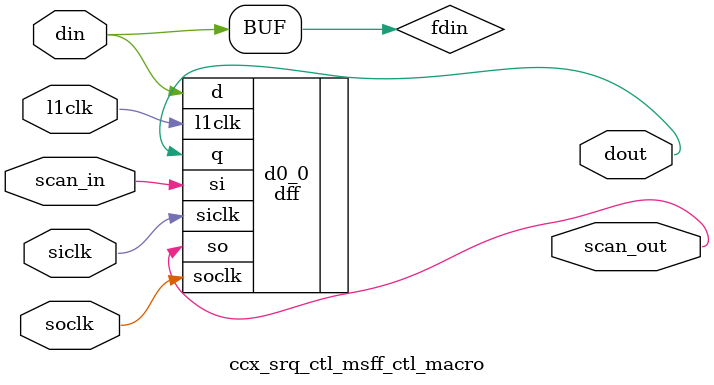
<source format=v>
`ifndef FPGA
module ccx_srq_ctl (
  qfull_a, 
  qfullbar_a, 
  qsel0_a, 
  qsel1_a, 
  shift_a, 
  q0_holdbar_a, 
  atom_x, 
  req_a, 
  atom_a, 
  grant_a, 
  l1clk, 
  scan_in, 
  ccx_aclk, 
  ccx_bclk, 
  scan_out);
wire siclk;
wire soclk;
wire dff_grant_x_scanin;
wire dff_grant_x_scanout;
wire grant_x;
wire atom_rq_a;
wire atom_rq_x;
wire dff_atom_rq_x_scanin;
wire dff_atom_rq_x_scanout;
wire dff_qfull_a_scanin;
wire dff_qfull_a_scanout;
wire qfull;
wire req_new;
wire v0_in;
wire v0;
wire v1;
wire v1_in;
wire qfullbar;
wire dff_v0_scanin;
wire dff_v0_scanout;
wire dff_v1_scanin;
wire dff_v1_scanout;
wire dff_qfullbar_a_scanin;
wire dff_qfullbar_a_scanout;
wire av0_in;
wire av0;
wire av1;
wire av1_in;
wire aqsel0_a;
wire aqsel1_a;
wire ashift_a;
wire dff_av0_scanin;
wire dff_av0_scanout;
wire dff_av1_scanin;
wire dff_av1_scanout;
wire atom1_in;
wire atom1;
wire dff_atom1_scanin;
wire dff_atom1_scanout;
wire atom0_in;
wire atom0;
wire dff_atom0_scanin;
wire dff_atom0_scanout;

 
output	qfull_a;
output	qfullbar_a;
output	qsel0_a;
output	qsel1_a;
output	shift_a;
output	q0_holdbar_a;
output	atom_x;
   
input	req_a;
input	atom_a;
input	grant_a;
 
//Globals
input           l1clk;
input           scan_in;
input           ccx_aclk;
input           ccx_bclk;
output          scan_out;

// scan renames
assign siclk = ccx_aclk;
assign soclk = ccx_bclk;
// end scan


// latch the grant
// grant is generated in the same cycle as req_a.
// The data corresponding to the grant is consumed from the queues
// in next cycle. grant_x is used to update the FIFO.
ccx_srq_ctl_msff_ctl_macro dff_grant_x  
  (
   .scan_in(dff_grant_x_scanin),
   .scan_out(dff_grant_x_scanout),
   .din           (grant_a),
   .dout          (grant_x),
   .l1clk         (l1clk),
  .siclk(siclk),
  .soclk(soclk)
   );


// set up state to detect an atomic request and hold it until queue stays
// full. The atomic requests are guaranteed to be back-to-back.
// On PCX, an atomic req will not be made unless queue  is empty.
// On CPX, L2 can make the req when queue is not full (it need not be empty). 
// In this case atom_rq_a will get set after the first packet is accepted. It will
// stay set until the queue remains full. When the queue goes not full, the
// next packet (second part of the atomic req) will  get accepted and a req
// will be generated for it. At the same time atom_rq_a will be cleared.
// 
// ideally the setting should be qualified with !qfull, but it is not needed
// since design guarantees that LSU and L2 will not make an atomic request
// unless the queue is not full.

//assign atom_rq_a = atom_a & req_a | atom_rq_x & qfull_a;
assign atom_rq_a = atom_a & req_a & ~qfull_a | atom_rq_x & qfull_a;

ccx_srq_ctl_msff_ctl_macro dff_atom_rq_x  
  (
   .scan_in(dff_atom_rq_x_scanin),
   .scan_out(dff_atom_rq_x_scanout),
   .din           (atom_rq_a),
   .dout          (atom_rq_x),
   .l1clk         (l1clk),
  .siclk(siclk),
  .soclk(soclk)
);

ccx_srq_ctl_msff_ctl_macro dff_qfull_a
  (
   .scan_in(dff_qfull_a_scanin),
   .scan_out(dff_qfull_a_scanout),
   .din           (qfull),
   .dout          (qfull_a),
   .l1clk         (l1clk),
  .siclk(siclk),
  .soclk(soclk)
);

// req_new indicates that a valid request is presented with FIFO not full.
assign req_new = (atom_rq_x | req_a) & ~qfull_a;

// v0 and v1 are the valids for queue entries q0 and q1
//
// v1_in does not include the term (v1 & v0 & req_new & grant_x) 
// because with v1 set, the queue would be full.
// No new requests can be accepted if v1 is set. This is because the source
// continues to drive the request until the cycle after grant_x. Accepting
// a request in the cycle of grant_x will result in same request being
// latched twice in the FIFO.

assign v0_in = ((~v0 & req_new) | (v0 & req_new & grant_x) | (v1 & grant_x) | (v0 & ~grant_x));
assign v1_in = ((v0 & req_new & ~grant_x) | (v1 & ~grant_x));



// qsel0 is the mux select which loads incoming new data into q0
// shift_a is the mux select whicl loads q1 data into q0
// qsel1 is the enable for q1
// speed these up by using earlier versions of the signals
//assign qsel0 = (~v0 & req_new) | (v0 & req_new & grant_x) 
//             = req_new & (~v0 | v0 & grant_x) 
//             = req_new & (~v0 | grant_x);
assign qsel0_a = req_new & (~v0 | grant_x);
assign shift_a = v1 & grant_x;
assign q0_holdbar_a = ~(~qsel0_a & ~shift_a);

assign qsel1_a = v0 & req_new & ~grant_x;
assign qfull = v1_in;
assign qfullbar = ~v1_in;

ccx_srq_ctl_msff_ctl_macro dff_v0
  (
   .scan_in(dff_v0_scanin),
   .scan_out(dff_v0_scanout),
   .din           (v0_in),
   .dout             (v0),
   .l1clk         (l1clk),
  .siclk(siclk),
  .soclk(soclk)
);
ccx_srq_ctl_msff_ctl_macro dff_v1
  (
   .scan_in(dff_v1_scanin),
   .scan_out(dff_v1_scanout),
   .din           (v1_in),
   .dout             (v1),
   .l1clk         (l1clk),
  .siclk(siclk),
  .soclk(soclk)
);

ccx_srq_ctl_msff_ctl_macro dff_qfullbar_a
  (
   .scan_in(dff_qfullbar_a_scanin),
   .scan_out(dff_qfullbar_a_scanout),
   .din           (qfullbar),
   .dout          (qfullbar_a),
   .l1clk         (l1clk),
  .siclk(siclk),
  .soclk(soclk)
);

// Atomic flag tracking
// Should place this in the dp FIFO.

// This queue has different timing then the data queue
// The atomic request indicator comes one cycle earlier than data, along with the request.
// Also, on a "grant", the queue shifts very next cycle.

// ideally this should be:
// the term (~av0 & req_new & ~grant_a) allows for the fact that if a grant_a comes with ~av0 & req_new, then the
// request does not get latched in the FIFO. Basically in this case, the arbiter processes the request directly out
// of the input register.
assign av0_in = ((~av0 & req_new & ~grant_a) | (av0 & ~av1 & req_new & grant_a) | (av1 & grant_a) | (av0 & ~grant_a));
assign av1_in = ((av0 & req_new & ~grant_a) | (av1 & ~grant_a));

assign aqsel0_a = (req_new &  ~av0 ) | (req_new & av0 &  ~av1 & grant_a);	
assign aqsel1_a = (req_new & av0  &  ~grant_a);

assign ashift_a = av1 & grant_a;

ccx_srq_ctl_msff_ctl_macro dff_av0
  (
   .scan_in(dff_av0_scanin),
   .scan_out(dff_av0_scanout),
   .din           (av0_in),
   .dout             (av0),
   .l1clk         (l1clk),
  .siclk(siclk),
  .soclk(soclk)
);
ccx_srq_ctl_msff_ctl_macro dff_av1
  (
   .scan_in(dff_av1_scanin),
   .scan_out(dff_av1_scanout),
   .din           (av1_in),
   .dout             (av1),
   .l1clk         (l1clk),
  .siclk(siclk),
  .soclk(soclk)
);

assign atom1_in = (aqsel1_a  & atom_a) | (~aqsel1_a & atom1);	

ccx_srq_ctl_msff_ctl_macro dff_atom1   (
	.scan_in(dff_atom1_scanin),
	.scan_out(dff_atom1_scanout),
	.din           (atom1_in),
	.dout          (atom1),
	.l1clk         (l1clk),
  .siclk(siclk),
  .soclk(soclk)
);


assign atom0_in = (aqsel0_a  & atom_a) | (ashift_a & atom1) | (~aqsel0_a &  ~ ashift_a & atom0);	

ccx_srq_ctl_msff_ctl_macro dff_atom0   (
	.scan_in(dff_atom0_scanin),
	.scan_out(dff_atom0_scanout),
	.din           (atom0_in),
	.dout          (atom0),
	.l1clk         (l1clk),
  .siclk(siclk),
  .soclk(soclk)
);


assign atom_x = atom0;

// fixscan start:
assign dff_grant_x_scanin        = scan_in                  ;
assign dff_atom_rq_x_scanin      = dff_grant_x_scanout      ;
assign dff_qfull_a_scanin        = dff_atom_rq_x_scanout    ;
assign dff_v0_scanin             = dff_qfull_a_scanout      ;
assign dff_v1_scanin             = dff_v0_scanout           ;
assign dff_qfullbar_a_scanin     = dff_v1_scanout           ;
assign dff_av0_scanin            = dff_qfullbar_a_scanout   ;
assign dff_av1_scanin            = dff_av0_scanout          ;
assign dff_atom1_scanin          = dff_av1_scanout          ;
assign dff_atom0_scanin          = dff_atom1_scanout        ;
assign scan_out                  = dff_atom0_scanout        ;
// fixscan end:
endmodule 







// any PARAMS parms go into naming of macro

module ccx_srq_ctl_msff_ctl_macro (
  din, 
  l1clk, 
  scan_in, 
  siclk, 
  soclk, 
  dout, 
  scan_out);
wire [0:0] fdin;

  input [0:0] din;
  input l1clk;
  input scan_in;


  input siclk;
  input soclk;

  output [0:0] dout;
  output scan_out;
assign fdin[0:0] = din[0:0];






dff #(1)  d0_0 (
.l1clk(l1clk),
.siclk(siclk),
.soclk(soclk),
.d(fdin[0:0]),
.si(scan_in),
.so(scan_out),
.q(dout[0:0])
);












endmodule







`endif // `ifndef FPGA

`ifdef FPGA
// No timescale specified
module ccx_srq_ctl(qfull_a, qfullbar_a, qsel0_a, qsel1_a, shift_a, q0_holdbar_a,
	atom_x, req_a, atom_a, grant_a, l1clk, scan_in, ccx_aclk, ccx_bclk, 
	scan_out);

	output			qfull_a;
	output			qfullbar_a;
	output			qsel0_a;
	output			qsel1_a;
	output			shift_a;
	output			q0_holdbar_a;
	output			atom_x;
	input			req_a;
	input			atom_a;
	input			grant_a;
	input			l1clk;
	input			scan_in;
	input			ccx_aclk;
	input			ccx_bclk;
	output			scan_out;

	wire			siclk;
	wire			soclk;
	wire			dff_grant_x_scanin;
	wire			dff_grant_x_scanout;
	wire			grant_x;
	wire			atom_rq_a;
	wire			atom_rq_x;
	wire			dff_atom_rq_x_scanin;
	wire			dff_atom_rq_x_scanout;
	wire			dff_qfull_a_scanin;
	wire			dff_qfull_a_scanout;
	wire			qfull;
	wire			req_new;
	wire			v0_in;
	wire			v0;
	wire			v1;
	wire			v1_in;
	wire			qfullbar;
	wire			dff_v0_scanin;
	wire			dff_v0_scanout;
	wire			dff_v1_scanin;
	wire			dff_v1_scanout;
	wire			dff_qfullbar_a_scanin;
	wire			dff_qfullbar_a_scanout;
	wire			av0_in;
	wire			av0;
	wire			av1;
	wire			av1_in;
	wire			aqsel0_a;
	wire			aqsel1_a;
	wire			ashift_a;
	wire			dff_av0_scanin;
	wire			dff_av0_scanout;
	wire			dff_av1_scanin;
	wire			dff_av1_scanout;
	wire			atom1_in;
	wire			atom1;
	wire			dff_atom1_scanin;
	wire			dff_atom1_scanout;
	wire			atom0_in;
	wire			atom0;
	wire			dff_atom0_scanin;
	wire			dff_atom0_scanout;

	assign siclk = ccx_aclk;
	assign soclk = ccx_bclk;
	assign atom_rq_a = (((atom_a & req_a) & (~qfull_a)) | (atom_rq_x & 
		qfull_a));
	assign req_new = ((atom_rq_x | req_a) & (~qfull_a));
	assign v0_in = (((((~v0) & req_new) | ((v0 & req_new) & grant_x)) | (v1 
		& grant_x)) | (v0 & (~grant_x)));
	assign v1_in = (((v0 & req_new) & (~grant_x)) | (v1 & (~grant_x)));
	assign qsel0_a = (req_new & ((~v0) | grant_x));
	assign shift_a = (v1 & grant_x);
	assign q0_holdbar_a = (~((~qsel0_a) & (~shift_a)));
	assign qsel1_a = ((v0 & req_new) & (~grant_x));
	assign qfull = v1_in;
	assign qfullbar = (~v1_in);
	assign av0_in = ((((((~av0) & req_new) & (~grant_a)) | (((av0 & (~av1)) 
		& req_new) & grant_a)) | (av1 & grant_a)) | (av0 & (~grant_a)));
	assign av1_in = (((av0 & req_new) & (~grant_a)) | (av1 & (~grant_a)));
	assign aqsel0_a = ((req_new & (~av0)) | (((req_new & av0) & (~av1)) & 
		grant_a));
	assign aqsel1_a = ((req_new & av0) & (~grant_a));
	assign ashift_a = (av1 & grant_a);
	assign atom1_in = ((aqsel1_a & atom_a) | ((~aqsel1_a) & atom1));
	assign atom0_in = (((aqsel0_a & atom_a) | (ashift_a & atom1)) | (((~
		aqsel0_a) & (~ashift_a)) & atom0));
	assign atom_x = atom0;
	assign dff_grant_x_scanin = scan_in;
	assign dff_atom_rq_x_scanin = dff_grant_x_scanout;
	assign dff_qfull_a_scanin = dff_atom_rq_x_scanout;
	assign dff_v0_scanin = dff_qfull_a_scanout;
	assign dff_v1_scanin = dff_v0_scanout;
	assign dff_qfullbar_a_scanin = dff_v1_scanout;
	assign dff_av0_scanin = dff_qfullbar_a_scanout;
	assign dff_av1_scanin = dff_av0_scanout;
	assign dff_atom1_scanin = dff_av1_scanout;
	assign dff_atom0_scanin = dff_atom1_scanout;
	assign scan_out = dff_atom0_scanout;

	msff_ctl_macro dff_grant_x(
		.scan_in			(dff_grant_x_scanin), 
		.scan_out			(dff_grant_x_scanout), 
		.din				(grant_a), 
		.dout				(grant_x), 
		.l1clk				(l1clk), 
		.siclk				(siclk), 
		.soclk				(soclk));
	msff_ctl_macro dff_atom_rq_x(
		.scan_in			(dff_atom_rq_x_scanin), 
		.scan_out			(dff_atom_rq_x_scanout), 
		.din				(atom_rq_a), 
		.dout				(atom_rq_x), 
		.l1clk				(l1clk), 
		.siclk				(siclk), 
		.soclk				(soclk));
	msff_ctl_macro dff_qfull_a(
		.scan_in			(dff_qfull_a_scanin), 
		.scan_out			(dff_qfull_a_scanout), 
		.din				(qfull), 
		.dout				(qfull_a), 
		.l1clk				(l1clk), 
		.siclk				(siclk), 
		.soclk				(soclk));
	msff_ctl_macro dff_v0(
		.scan_in			(dff_v0_scanin), 
		.scan_out			(dff_v0_scanout), 
		.din				(v0_in), 
		.dout				(v0), 
		.l1clk				(l1clk), 
		.siclk				(siclk), 
		.soclk				(soclk));
	msff_ctl_macro dff_v1(
		.scan_in			(dff_v1_scanin), 
		.scan_out			(dff_v1_scanout), 
		.din				(v1_in), 
		.dout				(v1), 
		.l1clk				(l1clk), 
		.siclk				(siclk), 
		.soclk				(soclk));
	msff_ctl_macro dff_qfullbar_a(
		.scan_in			(dff_qfullbar_a_scanin), 
		.scan_out			(dff_qfullbar_a_scanout), 
		.din				(qfullbar), 
		.dout				(qfullbar_a), 
		.l1clk				(l1clk), 
		.siclk				(siclk), 
		.soclk				(soclk));
	msff_ctl_macro dff_av0(
		.scan_in			(dff_av0_scanin), 
		.scan_out			(dff_av0_scanout), 
		.din				(av0_in), 
		.dout				(av0), 
		.l1clk				(l1clk), 
		.siclk				(siclk), 
		.soclk				(soclk));
	msff_ctl_macro dff_av1(
		.scan_in			(dff_av1_scanin), 
		.scan_out			(dff_av1_scanout), 
		.din				(av1_in), 
		.dout				(av1), 
		.l1clk				(l1clk), 
		.siclk				(siclk), 
		.soclk				(soclk));
	msff_ctl_macro dff_atom1(
		.scan_in			(dff_atom1_scanin), 
		.scan_out			(dff_atom1_scanout), 
		.din				(atom1_in), 
		.dout				(atom1), 
		.l1clk				(l1clk), 
		.siclk				(siclk), 
		.soclk				(soclk));
	msff_ctl_macro dff_atom0(
		.scan_in			(dff_atom0_scanin), 
		.scan_out			(dff_atom0_scanout), 
		.din				(atom0_in), 
		.dout				(atom0), 
		.l1clk				(l1clk), 
		.siclk				(siclk), 
		.soclk				(soclk));
endmodule

`endif // `ifdef FPGA


</source>
